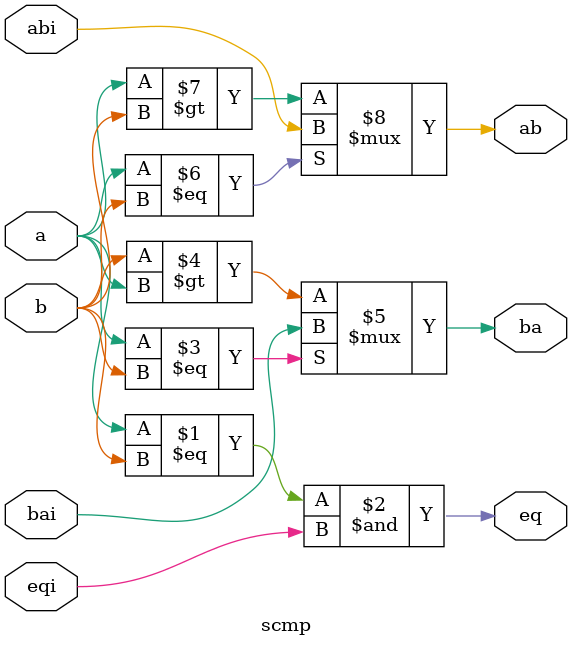
<source format=sv>



module scmp(
    input a,
    input b,
    output eq,
    output ba,
    output ab,
    input eqi,
    input bai,
    input abi
);

assign eq = ((a == b) & eqi);
assign ba = (a == b)? bai : (b > a);
assign ab = (a == b)? abi : (a > b);

endmodule
</source>
